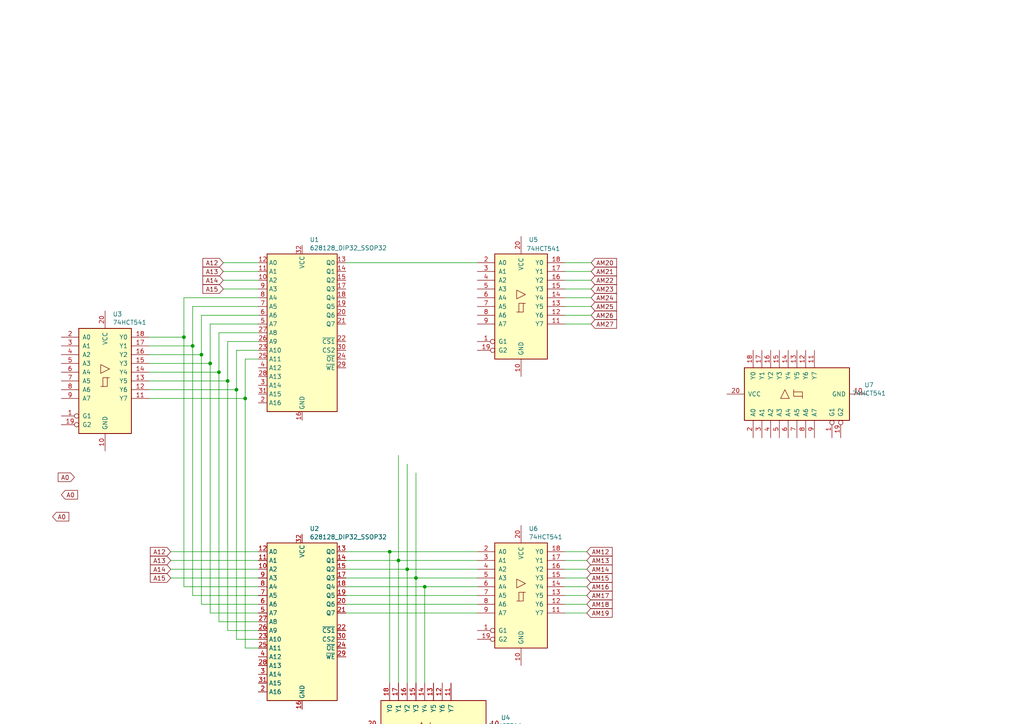
<source format=kicad_sch>
(kicad_sch
	(version 20231120)
	(generator "eeschema")
	(generator_version "8.0")
	(uuid "19d72891-f987-4bb9-8733-9947f10968ec")
	(paper "A4")
	(lib_symbols
		(symbol "74xx:74HCT541"
			(pin_names
				(offset 1.016)
			)
			(exclude_from_sim no)
			(in_bom yes)
			(on_board yes)
			(property "Reference" "U"
				(at -7.62 16.51 0)
				(effects
					(font
						(size 1.27 1.27)
					)
				)
			)
			(property "Value" "74HCT541"
				(at -7.62 -16.51 0)
				(effects
					(font
						(size 1.27 1.27)
					)
				)
			)
			(property "Footprint" ""
				(at 0 0 0)
				(effects
					(font
						(size 1.27 1.27)
					)
					(hide yes)
				)
			)
			(property "Datasheet" "http://www.ti.com/lit/gpn/sn74HCT541"
				(at 0 0 0)
				(effects
					(font
						(size 1.27 1.27)
					)
					(hide yes)
				)
			)
			(property "Description" "8-bit Buffer/Line Driver 3-state outputs"
				(at 0 0 0)
				(effects
					(font
						(size 1.27 1.27)
					)
					(hide yes)
				)
			)
			(property "ki_locked" ""
				(at 0 0 0)
				(effects
					(font
						(size 1.27 1.27)
					)
				)
			)
			(property "ki_keywords" "TTL BUFFER 3State BUS"
				(at 0 0 0)
				(effects
					(font
						(size 1.27 1.27)
					)
					(hide yes)
				)
			)
			(property "ki_fp_filters" "DIP?20*"
				(at 0 0 0)
				(effects
					(font
						(size 1.27 1.27)
					)
					(hide yes)
				)
			)
			(symbol "74HCT541_1_0"
				(polyline
					(pts
						(xy -0.635 -1.6002) (xy -0.635 0.9398) (xy 0.635 0.9398)
					)
					(stroke
						(width 0)
						(type default)
					)
					(fill
						(type none)
					)
				)
				(polyline
					(pts
						(xy -1.27 -1.6002) (xy 0.635 -1.6002) (xy 0.635 0.9398) (xy 1.27 0.9398)
					)
					(stroke
						(width 0)
						(type default)
					)
					(fill
						(type none)
					)
				)
				(polyline
					(pts
						(xy 1.27 3.4798) (xy -1.27 4.7498) (xy -1.27 2.2098) (xy 1.27 3.4798)
					)
					(stroke
						(width 0.1524)
						(type default)
					)
					(fill
						(type none)
					)
				)
				(pin input inverted
					(at -12.7 -10.16 0)
					(length 5.08)
					(name "G1"
						(effects
							(font
								(size 1.27 1.27)
							)
						)
					)
					(number "1"
						(effects
							(font
								(size 1.27 1.27)
							)
						)
					)
				)
				(pin power_in line
					(at 0 -20.32 90)
					(length 5.08)
					(name "GND"
						(effects
							(font
								(size 1.27 1.27)
							)
						)
					)
					(number "10"
						(effects
							(font
								(size 1.27 1.27)
							)
						)
					)
				)
				(pin tri_state line
					(at 12.7 -5.08 180)
					(length 5.08)
					(name "Y7"
						(effects
							(font
								(size 1.27 1.27)
							)
						)
					)
					(number "11"
						(effects
							(font
								(size 1.27 1.27)
							)
						)
					)
				)
				(pin tri_state line
					(at 12.7 -2.54 180)
					(length 5.08)
					(name "Y6"
						(effects
							(font
								(size 1.27 1.27)
							)
						)
					)
					(number "12"
						(effects
							(font
								(size 1.27 1.27)
							)
						)
					)
				)
				(pin tri_state line
					(at 12.7 0 180)
					(length 5.08)
					(name "Y5"
						(effects
							(font
								(size 1.27 1.27)
							)
						)
					)
					(number "13"
						(effects
							(font
								(size 1.27 1.27)
							)
						)
					)
				)
				(pin tri_state line
					(at 12.7 2.54 180)
					(length 5.08)
					(name "Y4"
						(effects
							(font
								(size 1.27 1.27)
							)
						)
					)
					(number "14"
						(effects
							(font
								(size 1.27 1.27)
							)
						)
					)
				)
				(pin tri_state line
					(at 12.7 5.08 180)
					(length 5.08)
					(name "Y3"
						(effects
							(font
								(size 1.27 1.27)
							)
						)
					)
					(number "15"
						(effects
							(font
								(size 1.27 1.27)
							)
						)
					)
				)
				(pin tri_state line
					(at 12.7 7.62 180)
					(length 5.08)
					(name "Y2"
						(effects
							(font
								(size 1.27 1.27)
							)
						)
					)
					(number "16"
						(effects
							(font
								(size 1.27 1.27)
							)
						)
					)
				)
				(pin tri_state line
					(at 12.7 10.16 180)
					(length 5.08)
					(name "Y1"
						(effects
							(font
								(size 1.27 1.27)
							)
						)
					)
					(number "17"
						(effects
							(font
								(size 1.27 1.27)
							)
						)
					)
				)
				(pin tri_state line
					(at 12.7 12.7 180)
					(length 5.08)
					(name "Y0"
						(effects
							(font
								(size 1.27 1.27)
							)
						)
					)
					(number "18"
						(effects
							(font
								(size 1.27 1.27)
							)
						)
					)
				)
				(pin input inverted
					(at -12.7 -12.7 0)
					(length 5.08)
					(name "G2"
						(effects
							(font
								(size 1.27 1.27)
							)
						)
					)
					(number "19"
						(effects
							(font
								(size 1.27 1.27)
							)
						)
					)
				)
				(pin input line
					(at -12.7 12.7 0)
					(length 5.08)
					(name "A0"
						(effects
							(font
								(size 1.27 1.27)
							)
						)
					)
					(number "2"
						(effects
							(font
								(size 1.27 1.27)
							)
						)
					)
				)
				(pin power_in line
					(at 0 20.32 270)
					(length 5.08)
					(name "VCC"
						(effects
							(font
								(size 1.27 1.27)
							)
						)
					)
					(number "20"
						(effects
							(font
								(size 1.27 1.27)
							)
						)
					)
				)
				(pin input line
					(at -12.7 10.16 0)
					(length 5.08)
					(name "A1"
						(effects
							(font
								(size 1.27 1.27)
							)
						)
					)
					(number "3"
						(effects
							(font
								(size 1.27 1.27)
							)
						)
					)
				)
				(pin input line
					(at -12.7 7.62 0)
					(length 5.08)
					(name "A2"
						(effects
							(font
								(size 1.27 1.27)
							)
						)
					)
					(number "4"
						(effects
							(font
								(size 1.27 1.27)
							)
						)
					)
				)
				(pin input line
					(at -12.7 5.08 0)
					(length 5.08)
					(name "A3"
						(effects
							(font
								(size 1.27 1.27)
							)
						)
					)
					(number "5"
						(effects
							(font
								(size 1.27 1.27)
							)
						)
					)
				)
				(pin input line
					(at -12.7 2.54 0)
					(length 5.08)
					(name "A4"
						(effects
							(font
								(size 1.27 1.27)
							)
						)
					)
					(number "6"
						(effects
							(font
								(size 1.27 1.27)
							)
						)
					)
				)
				(pin input line
					(at -12.7 0 0)
					(length 5.08)
					(name "A5"
						(effects
							(font
								(size 1.27 1.27)
							)
						)
					)
					(number "7"
						(effects
							(font
								(size 1.27 1.27)
							)
						)
					)
				)
				(pin input line
					(at -12.7 -2.54 0)
					(length 5.08)
					(name "A6"
						(effects
							(font
								(size 1.27 1.27)
							)
						)
					)
					(number "8"
						(effects
							(font
								(size 1.27 1.27)
							)
						)
					)
				)
				(pin input line
					(at -12.7 -5.08 0)
					(length 5.08)
					(name "A7"
						(effects
							(font
								(size 1.27 1.27)
							)
						)
					)
					(number "9"
						(effects
							(font
								(size 1.27 1.27)
							)
						)
					)
				)
			)
			(symbol "74HCT541_1_1"
				(rectangle
					(start -7.62 15.24)
					(end 7.62 -15.24)
					(stroke
						(width 0.254)
						(type default)
					)
					(fill
						(type background)
					)
				)
			)
		)
		(symbol "Memory_RAM:628128_DIP32_SSOP32"
			(exclude_from_sim no)
			(in_bom yes)
			(on_board yes)
			(property "Reference" "U"
				(at -10.16 23.495 0)
				(effects
					(font
						(size 1.27 1.27)
					)
					(justify left bottom)
				)
			)
			(property "Value" "628128_DIP32_SSOP32"
				(at 2.54 23.495 0)
				(effects
					(font
						(size 1.27 1.27)
					)
					(justify left bottom)
				)
			)
			(property "Footprint" ""
				(at 0 0 0)
				(effects
					(font
						(size 1.27 1.27)
					)
					(hide yes)
				)
			)
			(property "Datasheet" "http://www.futurlec.com/Datasheet/Memory/628128.pdf"
				(at 0 0 0)
				(effects
					(font
						(size 1.27 1.27)
					)
					(hide yes)
				)
			)
			(property "Description" "128K x 8 High-Speed CMOS Static RAM, 55/70ns, DIP-32/SSOP-32"
				(at 0 0 0)
				(effects
					(font
						(size 1.27 1.27)
					)
					(hide yes)
				)
			)
			(property "ki_keywords" "RAM SRAM CMOS MEMORY"
				(at 0 0 0)
				(effects
					(font
						(size 1.27 1.27)
					)
					(hide yes)
				)
			)
			(property "ki_fp_filters" "DIP*W15.24mm* SSOP*11.305x20.495mm*P1.27mm*"
				(at 0 0 0)
				(effects
					(font
						(size 1.27 1.27)
					)
					(hide yes)
				)
			)
			(symbol "628128_DIP32_SSOP32_0_0"
				(pin power_in line
					(at 0 -25.4 90)
					(length 2.54)
					(name "GND"
						(effects
							(font
								(size 1.27 1.27)
							)
						)
					)
					(number "16"
						(effects
							(font
								(size 1.27 1.27)
							)
						)
					)
				)
				(pin power_in line
					(at 0 25.4 270)
					(length 2.54)
					(name "VCC"
						(effects
							(font
								(size 1.27 1.27)
							)
						)
					)
					(number "32"
						(effects
							(font
								(size 1.27 1.27)
							)
						)
					)
				)
			)
			(symbol "628128_DIP32_SSOP32_0_1"
				(rectangle
					(start -10.16 22.86)
					(end 10.16 -22.86)
					(stroke
						(width 0.254)
						(type default)
					)
					(fill
						(type background)
					)
				)
			)
			(symbol "628128_DIP32_SSOP32_1_1"
				(pin no_connect line
					(at 10.16 -20.32 180)
					(length 2.54) hide
					(name "NC"
						(effects
							(font
								(size 1.27 1.27)
							)
						)
					)
					(number "1"
						(effects
							(font
								(size 1.27 1.27)
							)
						)
					)
				)
				(pin input line
					(at -12.7 15.24 0)
					(length 2.54)
					(name "A2"
						(effects
							(font
								(size 1.27 1.27)
							)
						)
					)
					(number "10"
						(effects
							(font
								(size 1.27 1.27)
							)
						)
					)
				)
				(pin input line
					(at -12.7 17.78 0)
					(length 2.54)
					(name "A1"
						(effects
							(font
								(size 1.27 1.27)
							)
						)
					)
					(number "11"
						(effects
							(font
								(size 1.27 1.27)
							)
						)
					)
				)
				(pin input line
					(at -12.7 20.32 0)
					(length 2.54)
					(name "A0"
						(effects
							(font
								(size 1.27 1.27)
							)
						)
					)
					(number "12"
						(effects
							(font
								(size 1.27 1.27)
							)
						)
					)
				)
				(pin tri_state line
					(at 12.7 20.32 180)
					(length 2.54)
					(name "Q0"
						(effects
							(font
								(size 1.27 1.27)
							)
						)
					)
					(number "13"
						(effects
							(font
								(size 1.27 1.27)
							)
						)
					)
				)
				(pin tri_state line
					(at 12.7 17.78 180)
					(length 2.54)
					(name "Q1"
						(effects
							(font
								(size 1.27 1.27)
							)
						)
					)
					(number "14"
						(effects
							(font
								(size 1.27 1.27)
							)
						)
					)
				)
				(pin tri_state line
					(at 12.7 15.24 180)
					(length 2.54)
					(name "Q2"
						(effects
							(font
								(size 1.27 1.27)
							)
						)
					)
					(number "15"
						(effects
							(font
								(size 1.27 1.27)
							)
						)
					)
				)
				(pin tri_state line
					(at 12.7 12.7 180)
					(length 2.54)
					(name "Q3"
						(effects
							(font
								(size 1.27 1.27)
							)
						)
					)
					(number "17"
						(effects
							(font
								(size 1.27 1.27)
							)
						)
					)
				)
				(pin tri_state line
					(at 12.7 10.16 180)
					(length 2.54)
					(name "Q4"
						(effects
							(font
								(size 1.27 1.27)
							)
						)
					)
					(number "18"
						(effects
							(font
								(size 1.27 1.27)
							)
						)
					)
				)
				(pin tri_state line
					(at 12.7 7.62 180)
					(length 2.54)
					(name "Q5"
						(effects
							(font
								(size 1.27 1.27)
							)
						)
					)
					(number "19"
						(effects
							(font
								(size 1.27 1.27)
							)
						)
					)
				)
				(pin input line
					(at -12.7 -20.32 0)
					(length 2.54)
					(name "A16"
						(effects
							(font
								(size 1.27 1.27)
							)
						)
					)
					(number "2"
						(effects
							(font
								(size 1.27 1.27)
							)
						)
					)
				)
				(pin tri_state line
					(at 12.7 5.08 180)
					(length 2.54)
					(name "Q6"
						(effects
							(font
								(size 1.27 1.27)
							)
						)
					)
					(number "20"
						(effects
							(font
								(size 1.27 1.27)
							)
						)
					)
				)
				(pin tri_state line
					(at 12.7 2.54 180)
					(length 2.54)
					(name "Q7"
						(effects
							(font
								(size 1.27 1.27)
							)
						)
					)
					(number "21"
						(effects
							(font
								(size 1.27 1.27)
							)
						)
					)
				)
				(pin input line
					(at 12.7 -2.54 180)
					(length 2.54)
					(name "~{CS1}"
						(effects
							(font
								(size 1.27 1.27)
							)
						)
					)
					(number "22"
						(effects
							(font
								(size 1.27 1.27)
							)
						)
					)
				)
				(pin input line
					(at -12.7 -5.08 0)
					(length 2.54)
					(name "A10"
						(effects
							(font
								(size 1.27 1.27)
							)
						)
					)
					(number "23"
						(effects
							(font
								(size 1.27 1.27)
							)
						)
					)
				)
				(pin input line
					(at 12.7 -7.62 180)
					(length 2.54)
					(name "~{OE}"
						(effects
							(font
								(size 1.27 1.27)
							)
						)
					)
					(number "24"
						(effects
							(font
								(size 1.27 1.27)
							)
						)
					)
				)
				(pin input line
					(at -12.7 -7.62 0)
					(length 2.54)
					(name "A11"
						(effects
							(font
								(size 1.27 1.27)
							)
						)
					)
					(number "25"
						(effects
							(font
								(size 1.27 1.27)
							)
						)
					)
				)
				(pin input line
					(at -12.7 -2.54 0)
					(length 2.54)
					(name "A9"
						(effects
							(font
								(size 1.27 1.27)
							)
						)
					)
					(number "26"
						(effects
							(font
								(size 1.27 1.27)
							)
						)
					)
				)
				(pin input line
					(at -12.7 0 0)
					(length 2.54)
					(name "A8"
						(effects
							(font
								(size 1.27 1.27)
							)
						)
					)
					(number "27"
						(effects
							(font
								(size 1.27 1.27)
							)
						)
					)
				)
				(pin input line
					(at -12.7 -12.7 0)
					(length 2.54)
					(name "A13"
						(effects
							(font
								(size 1.27 1.27)
							)
						)
					)
					(number "28"
						(effects
							(font
								(size 1.27 1.27)
							)
						)
					)
				)
				(pin input line
					(at 12.7 -10.16 180)
					(length 2.54)
					(name "~{WE}"
						(effects
							(font
								(size 1.27 1.27)
							)
						)
					)
					(number "29"
						(effects
							(font
								(size 1.27 1.27)
							)
						)
					)
				)
				(pin input line
					(at -12.7 -15.24 0)
					(length 2.54)
					(name "A14"
						(effects
							(font
								(size 1.27 1.27)
							)
						)
					)
					(number "3"
						(effects
							(font
								(size 1.27 1.27)
							)
						)
					)
				)
				(pin input line
					(at 12.7 -5.08 180)
					(length 2.54)
					(name "CS2"
						(effects
							(font
								(size 1.27 1.27)
							)
						)
					)
					(number "30"
						(effects
							(font
								(size 1.27 1.27)
							)
						)
					)
				)
				(pin input line
					(at -12.7 -17.78 0)
					(length 2.54)
					(name "A15"
						(effects
							(font
								(size 1.27 1.27)
							)
						)
					)
					(number "31"
						(effects
							(font
								(size 1.27 1.27)
							)
						)
					)
				)
				(pin input line
					(at -12.7 -10.16 0)
					(length 2.54)
					(name "A12"
						(effects
							(font
								(size 1.27 1.27)
							)
						)
					)
					(number "4"
						(effects
							(font
								(size 1.27 1.27)
							)
						)
					)
				)
				(pin input line
					(at -12.7 2.54 0)
					(length 2.54)
					(name "A7"
						(effects
							(font
								(size 1.27 1.27)
							)
						)
					)
					(number "5"
						(effects
							(font
								(size 1.27 1.27)
							)
						)
					)
				)
				(pin input line
					(at -12.7 5.08 0)
					(length 2.54)
					(name "A6"
						(effects
							(font
								(size 1.27 1.27)
							)
						)
					)
					(number "6"
						(effects
							(font
								(size 1.27 1.27)
							)
						)
					)
				)
				(pin input line
					(at -12.7 7.62 0)
					(length 2.54)
					(name "A5"
						(effects
							(font
								(size 1.27 1.27)
							)
						)
					)
					(number "7"
						(effects
							(font
								(size 1.27 1.27)
							)
						)
					)
				)
				(pin input line
					(at -12.7 10.16 0)
					(length 2.54)
					(name "A4"
						(effects
							(font
								(size 1.27 1.27)
							)
						)
					)
					(number "8"
						(effects
							(font
								(size 1.27 1.27)
							)
						)
					)
				)
				(pin input line
					(at -12.7 12.7 0)
					(length 2.54)
					(name "A3"
						(effects
							(font
								(size 1.27 1.27)
							)
						)
					)
					(number "9"
						(effects
							(font
								(size 1.27 1.27)
							)
						)
					)
				)
			)
		)
	)
	(junction
		(at 115.57 162.56)
		(diameter 0)
		(color 0 0 0 0)
		(uuid "29743548-97a7-47a2-9092-cd10b366c280")
	)
	(junction
		(at 60.96 105.41)
		(diameter 0)
		(color 0 0 0 0)
		(uuid "2dd1ce38-a9f5-4134-8e30-58b8c275330a")
	)
	(junction
		(at 120.65 167.64)
		(diameter 0)
		(color 0 0 0 0)
		(uuid "2e45a1bf-4f7c-459f-8531-576c4be93dad")
	)
	(junction
		(at 71.12 115.57)
		(diameter 0)
		(color 0 0 0 0)
		(uuid "35093529-b86b-41bd-9067-d0f5e0b5a546")
	)
	(junction
		(at 123.19 170.18)
		(diameter 0)
		(color 0 0 0 0)
		(uuid "4a2bef25-42fc-4ce4-a802-19454f58e07b")
	)
	(junction
		(at 66.04 110.49)
		(diameter 0)
		(color 0 0 0 0)
		(uuid "58bd4e00-a4ba-4bcc-88b0-7ac65edcc29a")
	)
	(junction
		(at 113.03 160.02)
		(diameter 0)
		(color 0 0 0 0)
		(uuid "77259265-becf-4afe-8414-db3a4f0ac6cf")
	)
	(junction
		(at 118.11 165.1)
		(diameter 0)
		(color 0 0 0 0)
		(uuid "9493581f-10d6-4405-9d49-83906b62c542")
	)
	(junction
		(at 68.58 113.03)
		(diameter 0)
		(color 0 0 0 0)
		(uuid "c5da52e8-6fa6-4778-b74e-8a82cd76c304")
	)
	(junction
		(at 58.42 102.87)
		(diameter 0)
		(color 0 0 0 0)
		(uuid "cc1886f0-2694-49c6-a27e-31bb212e7e1a")
	)
	(junction
		(at 53.34 97.79)
		(diameter 0)
		(color 0 0 0 0)
		(uuid "e4e5cc6f-4bb9-4c76-991f-c6dace02ef64")
	)
	(junction
		(at 55.88 100.33)
		(diameter 0)
		(color 0 0 0 0)
		(uuid "fb989d8c-8198-422d-8ac8-7bba109d9cdd")
	)
	(junction
		(at 63.5 107.95)
		(diameter 0)
		(color 0 0 0 0)
		(uuid "fe2965fe-05a9-4b83-a988-e33a41ebb35a")
	)
	(wire
		(pts
			(xy 63.5 180.34) (xy 74.93 180.34)
		)
		(stroke
			(width 0)
			(type default)
		)
		(uuid "015058f4-8e35-40b5-b255-a4e210745fa8")
	)
	(wire
		(pts
			(xy 100.33 175.26) (xy 138.43 175.26)
		)
		(stroke
			(width 0)
			(type default)
		)
		(uuid "0596d531-44ed-49e2-9934-56b3b8280e30")
	)
	(wire
		(pts
			(xy 58.42 102.87) (xy 58.42 175.26)
		)
		(stroke
			(width 0)
			(type default)
		)
		(uuid "17b2298e-6e40-43ff-aa35-d5c6245f0dad")
	)
	(wire
		(pts
			(xy 53.34 86.36) (xy 53.34 97.79)
		)
		(stroke
			(width 0)
			(type default)
		)
		(uuid "19b32e8b-269a-4bc8-aca2-d18372dcfaa3")
	)
	(wire
		(pts
			(xy 71.12 115.57) (xy 71.12 104.14)
		)
		(stroke
			(width 0)
			(type default)
		)
		(uuid "1b1fa303-2790-4f26-a60b-08b75a4582a6")
	)
	(wire
		(pts
			(xy 170.18 177.8) (xy 163.83 177.8)
		)
		(stroke
			(width 0)
			(type default)
		)
		(uuid "23c3ba6f-8922-461f-9734-50a649ab41b5")
	)
	(wire
		(pts
			(xy 66.04 182.88) (xy 74.93 182.88)
		)
		(stroke
			(width 0)
			(type default)
		)
		(uuid "25fdefef-ebeb-405f-ad72-82de1d21ccbd")
	)
	(wire
		(pts
			(xy 118.11 165.1) (xy 118.11 198.12)
		)
		(stroke
			(width 0)
			(type default)
		)
		(uuid "260e63cc-e50e-4f18-a1cd-5a1670a31629")
	)
	(wire
		(pts
			(xy 123.19 170.18) (xy 138.43 170.18)
		)
		(stroke
			(width 0)
			(type default)
		)
		(uuid "2a3f9d9e-0828-410c-be1a-7cd1b62e82a1")
	)
	(wire
		(pts
			(xy 49.53 160.02) (xy 74.93 160.02)
		)
		(stroke
			(width 0)
			(type default)
		)
		(uuid "2c00a9af-483a-4a8b-b75c-c6c256f6266b")
	)
	(wire
		(pts
			(xy 43.18 110.49) (xy 66.04 110.49)
		)
		(stroke
			(width 0)
			(type default)
		)
		(uuid "2cf8a37d-c43a-4c4e-983b-0e2360a858fd")
	)
	(wire
		(pts
			(xy 170.18 170.18) (xy 163.83 170.18)
		)
		(stroke
			(width 0)
			(type default)
		)
		(uuid "2d3164e9-7c6f-4e73-ae49-6e366ababa47")
	)
	(wire
		(pts
			(xy 100.33 167.64) (xy 120.65 167.64)
		)
		(stroke
			(width 0)
			(type default)
		)
		(uuid "2d692656-336c-4980-b150-f80d6ffbc7ab")
	)
	(wire
		(pts
			(xy 60.96 105.41) (xy 60.96 177.8)
		)
		(stroke
			(width 0)
			(type default)
		)
		(uuid "2e967565-eb12-4b8c-a59b-1790e776b04d")
	)
	(wire
		(pts
			(xy 100.33 177.8) (xy 138.43 177.8)
		)
		(stroke
			(width 0)
			(type default)
		)
		(uuid "2f5549bc-dbba-4148-8032-2e265340d39d")
	)
	(wire
		(pts
			(xy 120.65 167.64) (xy 138.43 167.64)
		)
		(stroke
			(width 0)
			(type default)
		)
		(uuid "30274239-4a83-43ff-bdbe-ec709ab55d89")
	)
	(wire
		(pts
			(xy 71.12 104.14) (xy 74.93 104.14)
		)
		(stroke
			(width 0)
			(type default)
		)
		(uuid "33f418e9-6775-4bce-b24f-d5b2af9f2a46")
	)
	(wire
		(pts
			(xy 64.77 83.82) (xy 74.93 83.82)
		)
		(stroke
			(width 0)
			(type default)
		)
		(uuid "437c3d44-db2c-4705-9dd1-a359922c1928")
	)
	(wire
		(pts
			(xy 170.18 160.02) (xy 163.83 160.02)
		)
		(stroke
			(width 0)
			(type default)
		)
		(uuid "43cddded-5977-47a3-ab2a-65efdb6f62cf")
	)
	(wire
		(pts
			(xy 43.18 100.33) (xy 55.88 100.33)
		)
		(stroke
			(width 0)
			(type default)
		)
		(uuid "4843fdb7-dbf5-4ebb-9781-a97615e37cb9")
	)
	(wire
		(pts
			(xy 66.04 110.49) (xy 66.04 99.06)
		)
		(stroke
			(width 0)
			(type default)
		)
		(uuid "49057cd0-2aa6-4a2e-a77b-d111732a091e")
	)
	(wire
		(pts
			(xy 74.93 86.36) (xy 53.34 86.36)
		)
		(stroke
			(width 0)
			(type default)
		)
		(uuid "497944c0-a4fa-442e-bca2-6cdaa530b9eb")
	)
	(wire
		(pts
			(xy 171.45 83.82) (xy 163.83 83.82)
		)
		(stroke
			(width 0)
			(type default)
		)
		(uuid "49ec9798-7e3d-4f15-8d82-55ad6d929365")
	)
	(wire
		(pts
			(xy 55.88 172.72) (xy 74.93 172.72)
		)
		(stroke
			(width 0)
			(type default)
		)
		(uuid "4a29ccd2-12ed-4ae6-bca4-46891d35d906")
	)
	(wire
		(pts
			(xy 63.5 107.95) (xy 63.5 180.34)
		)
		(stroke
			(width 0)
			(type default)
		)
		(uuid "4e7ff438-a3ff-4591-9da5-fa0fbc315d64")
	)
	(wire
		(pts
			(xy 60.96 93.98) (xy 74.93 93.98)
		)
		(stroke
			(width 0)
			(type default)
		)
		(uuid "50e90a44-364c-4c16-a8af-6e1b25da5e2d")
	)
	(wire
		(pts
			(xy 170.18 165.1) (xy 163.83 165.1)
		)
		(stroke
			(width 0)
			(type default)
		)
		(uuid "54bcdc05-aa24-4750-b13e-db36e339110f")
	)
	(wire
		(pts
			(xy 71.12 115.57) (xy 71.12 187.96)
		)
		(stroke
			(width 0)
			(type default)
		)
		(uuid "5b536b5b-29a2-4a08-976c-5e1979819860")
	)
	(wire
		(pts
			(xy 171.45 93.98) (xy 163.83 93.98)
		)
		(stroke
			(width 0)
			(type default)
		)
		(uuid "5c572790-6d2e-4fc9-a753-c8efb3e5b712")
	)
	(wire
		(pts
			(xy 74.93 91.44) (xy 58.42 91.44)
		)
		(stroke
			(width 0)
			(type default)
		)
		(uuid "5c789dcb-c374-4712-9a29-3151ad9e7d0f")
	)
	(wire
		(pts
			(xy 63.5 107.95) (xy 43.18 107.95)
		)
		(stroke
			(width 0)
			(type default)
		)
		(uuid "5c887121-a13d-4859-812f-92621a835ca5")
	)
	(wire
		(pts
			(xy 170.18 175.26) (xy 163.83 175.26)
		)
		(stroke
			(width 0)
			(type default)
		)
		(uuid "5d2ffcb0-84e3-4396-b243-86aa4e21d0fc")
	)
	(wire
		(pts
			(xy 43.18 105.41) (xy 60.96 105.41)
		)
		(stroke
			(width 0)
			(type default)
		)
		(uuid "60399149-8ffe-4962-8808-60a657044cb5")
	)
	(wire
		(pts
			(xy 58.42 102.87) (xy 43.18 102.87)
		)
		(stroke
			(width 0)
			(type default)
		)
		(uuid "604b5669-6ea3-407b-ab74-39d409799959")
	)
	(wire
		(pts
			(xy 170.18 172.72) (xy 163.83 172.72)
		)
		(stroke
			(width 0)
			(type default)
		)
		(uuid "6055e369-fc8a-4d5e-8fdf-8852632da945")
	)
	(wire
		(pts
			(xy 170.18 162.56) (xy 163.83 162.56)
		)
		(stroke
			(width 0)
			(type default)
		)
		(uuid "642f54ad-95f8-4a43-ad6f-98e71d6fce35")
	)
	(wire
		(pts
			(xy 74.93 101.6) (xy 68.58 101.6)
		)
		(stroke
			(width 0)
			(type default)
		)
		(uuid "64ecf305-a260-4984-9489-6d88a009ad37")
	)
	(wire
		(pts
			(xy 55.88 100.33) (xy 55.88 88.9)
		)
		(stroke
			(width 0)
			(type default)
		)
		(uuid "68b19372-a932-4afa-95ef-4bf1e6024f73")
	)
	(wire
		(pts
			(xy 113.03 160.02) (xy 138.43 160.02)
		)
		(stroke
			(width 0)
			(type default)
		)
		(uuid "6efc7ac0-810f-4961-a602-295a8ec819e5")
	)
	(wire
		(pts
			(xy 115.57 162.56) (xy 138.43 162.56)
		)
		(stroke
			(width 0)
			(type default)
		)
		(uuid "729c275a-604c-450b-9f3d-4504755f9088")
	)
	(wire
		(pts
			(xy 100.33 162.56) (xy 115.57 162.56)
		)
		(stroke
			(width 0)
			(type default)
		)
		(uuid "73351904-c2bf-4331-9db9-5a835370e070")
	)
	(wire
		(pts
			(xy 120.65 167.64) (xy 120.65 137.16)
		)
		(stroke
			(width 0)
			(type default)
		)
		(uuid "78e95e37-0c97-47a2-ace1-ee4dfb8dc40f")
	)
	(wire
		(pts
			(xy 171.45 81.28) (xy 163.83 81.28)
		)
		(stroke
			(width 0)
			(type default)
		)
		(uuid "81d48b7a-6f99-4070-ab29-9924f79a6425")
	)
	(wire
		(pts
			(xy 171.45 88.9) (xy 163.83 88.9)
		)
		(stroke
			(width 0)
			(type default)
		)
		(uuid "88728c79-dc1d-4f72-a0c3-404899e45d85")
	)
	(wire
		(pts
			(xy 53.34 97.79) (xy 53.34 170.18)
		)
		(stroke
			(width 0)
			(type default)
		)
		(uuid "894630f0-f1a3-47a3-b3b3-44d3ea4a5365")
	)
	(wire
		(pts
			(xy 55.88 100.33) (xy 55.88 172.72)
		)
		(stroke
			(width 0)
			(type default)
		)
		(uuid "8d118d93-b481-4c9f-8469-5605db9cd4b8")
	)
	(wire
		(pts
			(xy 171.45 78.74) (xy 163.83 78.74)
		)
		(stroke
			(width 0)
			(type default)
		)
		(uuid "8f1b1d23-d685-4b32-a2e9-70d493da1148")
	)
	(wire
		(pts
			(xy 66.04 99.06) (xy 74.93 99.06)
		)
		(stroke
			(width 0)
			(type default)
		)
		(uuid "92194685-a884-4fb9-bf5a-db67ae769410")
	)
	(wire
		(pts
			(xy 49.53 162.56) (xy 74.93 162.56)
		)
		(stroke
			(width 0)
			(type default)
		)
		(uuid "961dfdb7-f7e9-4270-8d6c-0c06186d6745")
	)
	(wire
		(pts
			(xy 115.57 162.56) (xy 115.57 132.08)
		)
		(stroke
			(width 0)
			(type default)
		)
		(uuid "986ec0e6-9f82-4925-b47e-5c61853c0a02")
	)
	(wire
		(pts
			(xy 115.57 162.56) (xy 115.57 198.12)
		)
		(stroke
			(width 0)
			(type default)
		)
		(uuid "9bc3bb62-efc0-478c-8a37-993af63658ca")
	)
	(wire
		(pts
			(xy 60.96 177.8) (xy 74.93 177.8)
		)
		(stroke
			(width 0)
			(type default)
		)
		(uuid "9caff381-4bfe-491e-92b5-af2310d17132")
	)
	(wire
		(pts
			(xy 71.12 187.96) (xy 74.93 187.96)
		)
		(stroke
			(width 0)
			(type default)
		)
		(uuid "9d849f69-f584-411d-890f-e86a3b9bd04a")
	)
	(wire
		(pts
			(xy 66.04 110.49) (xy 66.04 182.88)
		)
		(stroke
			(width 0)
			(type default)
		)
		(uuid "a1f1666b-7289-48f8-8291-d58ecd0f9d6a")
	)
	(wire
		(pts
			(xy 53.34 97.79) (xy 43.18 97.79)
		)
		(stroke
			(width 0)
			(type default)
		)
		(uuid "a39ed021-fa3e-4da2-aebd-9ac17dd55b9d")
	)
	(wire
		(pts
			(xy 100.33 170.18) (xy 123.19 170.18)
		)
		(stroke
			(width 0)
			(type default)
		)
		(uuid "aa81e2a0-4f24-473c-8973-a13d260a432c")
	)
	(wire
		(pts
			(xy 49.53 165.1) (xy 74.93 165.1)
		)
		(stroke
			(width 0)
			(type default)
		)
		(uuid "abdce43c-b247-441e-9ff6-d889c78ab9f3")
	)
	(wire
		(pts
			(xy 64.77 78.74) (xy 74.93 78.74)
		)
		(stroke
			(width 0)
			(type default)
		)
		(uuid "adb6edb4-8df9-413b-8b0f-62c1d38ab617")
	)
	(wire
		(pts
			(xy 118.11 165.1) (xy 138.43 165.1)
		)
		(stroke
			(width 0)
			(type default)
		)
		(uuid "b3baf0fa-8aee-4f4b-8268-987480e7736d")
	)
	(wire
		(pts
			(xy 60.96 105.41) (xy 60.96 93.98)
		)
		(stroke
			(width 0)
			(type default)
		)
		(uuid "b421b561-4c70-4945-84c3-7b5b5fe31e5c")
	)
	(wire
		(pts
			(xy 74.93 96.52) (xy 63.5 96.52)
		)
		(stroke
			(width 0)
			(type default)
		)
		(uuid "b9349cc2-8e73-42f1-b348-6fa1e30be19d")
	)
	(wire
		(pts
			(xy 68.58 101.6) (xy 68.58 113.03)
		)
		(stroke
			(width 0)
			(type default)
		)
		(uuid "b9cff769-328e-4e91-8bb9-d6291ef9d3d6")
	)
	(wire
		(pts
			(xy 53.34 170.18) (xy 74.93 170.18)
		)
		(stroke
			(width 0)
			(type default)
		)
		(uuid "bf19f147-f45a-4196-a74e-94ace76109d1")
	)
	(wire
		(pts
			(xy 118.11 165.1) (xy 118.11 134.62)
		)
		(stroke
			(width 0)
			(type default)
		)
		(uuid "bf48f3d4-7fe3-4cc0-9654-ae4ea3ccef02")
	)
	(wire
		(pts
			(xy 68.58 113.03) (xy 43.18 113.03)
		)
		(stroke
			(width 0)
			(type default)
		)
		(uuid "bfce6c90-6f3a-4c89-bbfc-fb2d9af2f090")
	)
	(wire
		(pts
			(xy 113.03 160.02) (xy 113.03 198.12)
		)
		(stroke
			(width 0)
			(type default)
		)
		(uuid "c845dab3-85c3-4181-855e-8d61760e5d11")
	)
	(wire
		(pts
			(xy 100.33 160.02) (xy 113.03 160.02)
		)
		(stroke
			(width 0)
			(type default)
		)
		(uuid "ca3d4d5e-3951-4c20-b896-573e74a67d0c")
	)
	(wire
		(pts
			(xy 58.42 175.26) (xy 74.93 175.26)
		)
		(stroke
			(width 0)
			(type default)
		)
		(uuid "d1d7c8c6-f550-46c6-a4df-ccce0ff76156")
	)
	(wire
		(pts
			(xy 171.45 76.2) (xy 163.83 76.2)
		)
		(stroke
			(width 0)
			(type default)
		)
		(uuid "da43719a-9bea-49a6-8b7a-14769237e378")
	)
	(wire
		(pts
			(xy 68.58 185.42) (xy 74.93 185.42)
		)
		(stroke
			(width 0)
			(type default)
		)
		(uuid "daf08c43-c48c-4d7c-b0d3-9b3faa1e63af")
	)
	(wire
		(pts
			(xy 171.45 86.36) (xy 163.83 86.36)
		)
		(stroke
			(width 0)
			(type default)
		)
		(uuid "dc6448c1-2d94-409a-9e03-d318c013f447")
	)
	(wire
		(pts
			(xy 64.77 81.28) (xy 74.93 81.28)
		)
		(stroke
			(width 0)
			(type default)
		)
		(uuid "ddf1433f-5554-41d9-81da-444be89cde8b")
	)
	(wire
		(pts
			(xy 49.53 167.64) (xy 74.93 167.64)
		)
		(stroke
			(width 0)
			(type default)
		)
		(uuid "e012be16-b11e-49f9-b458-274d7e543038")
	)
	(wire
		(pts
			(xy 64.77 76.2) (xy 74.93 76.2)
		)
		(stroke
			(width 0)
			(type default)
		)
		(uuid "e4d23d21-1aad-4e7a-832b-c3093a424c3b")
	)
	(wire
		(pts
			(xy 100.33 76.2) (xy 138.43 76.2)
		)
		(stroke
			(width 0)
			(type default)
		)
		(uuid "e874cdcb-fcd7-40b2-8d44-5b6f1783cc15")
	)
	(wire
		(pts
			(xy 100.33 165.1) (xy 118.11 165.1)
		)
		(stroke
			(width 0)
			(type default)
		)
		(uuid "e8c8d875-93e7-40da-8e55-f97dfb6ad96f")
	)
	(wire
		(pts
			(xy 100.33 172.72) (xy 138.43 172.72)
		)
		(stroke
			(width 0)
			(type default)
		)
		(uuid "ed374b3e-3bce-4b63-925f-5485a455813c")
	)
	(wire
		(pts
			(xy 171.45 91.44) (xy 163.83 91.44)
		)
		(stroke
			(width 0)
			(type default)
		)
		(uuid "ed95dcec-3e9e-4d2e-89f8-b1bc7b1d7f01")
	)
	(wire
		(pts
			(xy 68.58 113.03) (xy 68.58 185.42)
		)
		(stroke
			(width 0)
			(type default)
		)
		(uuid "eea6ff95-219d-4117-82d6-09214e2e8e9e")
	)
	(wire
		(pts
			(xy 123.19 170.18) (xy 123.19 198.12)
		)
		(stroke
			(width 0)
			(type default)
		)
		(uuid "f124eb18-6ed1-4233-b05d-6d2baeb66138")
	)
	(wire
		(pts
			(xy 120.65 167.64) (xy 120.65 198.12)
		)
		(stroke
			(width 0)
			(type default)
		)
		(uuid "f5bf407d-2067-4b86-a586-d7f3680f1a79")
	)
	(wire
		(pts
			(xy 55.88 88.9) (xy 74.93 88.9)
		)
		(stroke
			(width 0)
			(type default)
		)
		(uuid "f9ae3200-8bf4-4bd8-878f-8806e6e704d4")
	)
	(wire
		(pts
			(xy 63.5 96.52) (xy 63.5 107.95)
		)
		(stroke
			(width 0)
			(type default)
		)
		(uuid "fbf5513e-93cb-4bef-a67e-3d5c5a8fb876")
	)
	(wire
		(pts
			(xy 58.42 91.44) (xy 58.42 102.87)
		)
		(stroke
			(width 0)
			(type default)
		)
		(uuid "fd2f807e-8048-43ef-ab81-0eb6e60c6197")
	)
	(wire
		(pts
			(xy 170.18 167.64) (xy 163.83 167.64)
		)
		(stroke
			(width 0)
			(type default)
		)
		(uuid "fd4beb68-2875-42a9-b0ed-ffe784ed2b1f")
	)
	(wire
		(pts
			(xy 43.18 115.57) (xy 71.12 115.57)
		)
		(stroke
			(width 0)
			(type default)
		)
		(uuid "fff00904-6682-4bdb-9311-cae7e839fa3e")
	)
	(global_label "AM21"
		(shape input)
		(at 171.45 78.74 0)
		(fields_autoplaced yes)
		(effects
			(font
				(size 1.27 1.27)
			)
			(justify left)
		)
		(uuid "00271379-8029-4f0d-b2af-a7cd536d3c0c")
		(property "Intersheetrefs" "${INTERSHEET_REFS}"
			(at 179.3942 78.74 0)
			(effects
				(font
					(size 1.27 1.27)
				)
				(justify left)
				(hide yes)
			)
		)
	)
	(global_label "A13"
		(shape input)
		(at 49.53 162.56 180)
		(fields_autoplaced yes)
		(effects
			(font
				(size 1.27 1.27)
			)
			(justify right)
		)
		(uuid "0177809e-d02b-4d0d-b293-d1a70914a8e0")
		(property "Intersheetrefs" "${INTERSHEET_REFS}"
			(at 43.0372 162.56 0)
			(effects
				(font
					(size 1.27 1.27)
				)
				(justify right)
				(hide yes)
			)
		)
	)
	(global_label "A0"
		(shape input)
		(at 17.78 143.51 0)
		(fields_autoplaced yes)
		(effects
			(font
				(size 1.27 1.27)
			)
			(justify left)
		)
		(uuid "071c4ffd-2b76-41b9-885e-b25758d8f18f")
		(property "Intersheetrefs" "${INTERSHEET_REFS}"
			(at 23.0633 143.51 0)
			(effects
				(font
					(size 1.27 1.27)
				)
				(justify left)
				(hide yes)
			)
		)
	)
	(global_label "AM13"
		(shape input)
		(at 170.18 162.56 0)
		(fields_autoplaced yes)
		(effects
			(font
				(size 1.27 1.27)
			)
			(justify left)
		)
		(uuid "109b27d3-167d-4005-8ee0-5634038d29e2")
		(property "Intersheetrefs" "${INTERSHEET_REFS}"
			(at 178.1242 162.56 0)
			(effects
				(font
					(size 1.27 1.27)
				)
				(justify left)
				(hide yes)
			)
		)
	)
	(global_label "A14"
		(shape input)
		(at 49.53 165.1 180)
		(fields_autoplaced yes)
		(effects
			(font
				(size 1.27 1.27)
			)
			(justify right)
		)
		(uuid "1cdca3d7-7100-4a5e-999e-f78391cb2412")
		(property "Intersheetrefs" "${INTERSHEET_REFS}"
			(at 43.0372 165.1 0)
			(effects
				(font
					(size 1.27 1.27)
				)
				(justify right)
				(hide yes)
			)
		)
	)
	(global_label "AM18"
		(shape input)
		(at 170.18 175.26 0)
		(fields_autoplaced yes)
		(effects
			(font
				(size 1.27 1.27)
			)
			(justify left)
		)
		(uuid "1f4edd2b-41dd-4342-b2de-c661b63bbde2")
		(property "Intersheetrefs" "${INTERSHEET_REFS}"
			(at 178.1242 175.26 0)
			(effects
				(font
					(size 1.27 1.27)
				)
				(justify left)
				(hide yes)
			)
		)
	)
	(global_label "AM24"
		(shape input)
		(at 171.45 86.36 0)
		(fields_autoplaced yes)
		(effects
			(font
				(size 1.27 1.27)
			)
			(justify left)
		)
		(uuid "2ef2938b-11c7-4f50-adc9-8faac3a811a6")
		(property "Intersheetrefs" "${INTERSHEET_REFS}"
			(at 179.3942 86.36 0)
			(effects
				(font
					(size 1.27 1.27)
				)
				(justify left)
				(hide yes)
			)
		)
	)
	(global_label "AM12"
		(shape input)
		(at 170.18 160.02 0)
		(fields_autoplaced yes)
		(effects
			(font
				(size 1.27 1.27)
			)
			(justify left)
		)
		(uuid "38814f2c-5bb8-4b3a-b055-ca1977801658")
		(property "Intersheetrefs" "${INTERSHEET_REFS}"
			(at 178.1242 160.02 0)
			(effects
				(font
					(size 1.27 1.27)
				)
				(justify left)
				(hide yes)
			)
		)
	)
	(global_label "AM26"
		(shape input)
		(at 171.45 91.44 0)
		(fields_autoplaced yes)
		(effects
			(font
				(size 1.27 1.27)
			)
			(justify left)
		)
		(uuid "3f8b4824-4752-4ef0-9535-428111c6805c")
		(property "Intersheetrefs" "${INTERSHEET_REFS}"
			(at 179.3942 91.44 0)
			(effects
				(font
					(size 1.27 1.27)
				)
				(justify left)
				(hide yes)
			)
		)
	)
	(global_label "AM20"
		(shape input)
		(at 171.45 76.2 0)
		(fields_autoplaced yes)
		(effects
			(font
				(size 1.27 1.27)
			)
			(justify left)
		)
		(uuid "4705196e-e7a6-4f16-89b0-dde6e9d51cff")
		(property "Intersheetrefs" "${INTERSHEET_REFS}"
			(at 179.3942 76.2 0)
			(effects
				(font
					(size 1.27 1.27)
				)
				(justify left)
				(hide yes)
			)
		)
	)
	(global_label "AM22"
		(shape input)
		(at 171.45 81.28 0)
		(fields_autoplaced yes)
		(effects
			(font
				(size 1.27 1.27)
			)
			(justify left)
		)
		(uuid "5307871b-f88d-443d-a174-6f2b0f726eb0")
		(property "Intersheetrefs" "${INTERSHEET_REFS}"
			(at 179.3942 81.28 0)
			(effects
				(font
					(size 1.27 1.27)
				)
				(justify left)
				(hide yes)
			)
		)
	)
	(global_label "AM16"
		(shape input)
		(at 170.18 170.18 0)
		(fields_autoplaced yes)
		(effects
			(font
				(size 1.27 1.27)
			)
			(justify left)
		)
		(uuid "5dc39ffc-06dd-43f7-b384-0a414aa2e361")
		(property "Intersheetrefs" "${INTERSHEET_REFS}"
			(at 178.1242 170.18 0)
			(effects
				(font
					(size 1.27 1.27)
				)
				(justify left)
				(hide yes)
			)
		)
	)
	(global_label "AM17"
		(shape input)
		(at 170.18 172.72 0)
		(fields_autoplaced yes)
		(effects
			(font
				(size 1.27 1.27)
			)
			(justify left)
		)
		(uuid "6706f9cc-63f7-4553-9aa2-f6e94068e06a")
		(property "Intersheetrefs" "${INTERSHEET_REFS}"
			(at 178.1242 172.72 0)
			(effects
				(font
					(size 1.27 1.27)
				)
				(justify left)
				(hide yes)
			)
		)
	)
	(global_label "AM19"
		(shape input)
		(at 170.18 177.8 0)
		(fields_autoplaced yes)
		(effects
			(font
				(size 1.27 1.27)
			)
			(justify left)
		)
		(uuid "6ae9997d-9803-4cf2-841c-9e10cb0c5adf")
		(property "Intersheetrefs" "${INTERSHEET_REFS}"
			(at 178.1242 177.8 0)
			(effects
				(font
					(size 1.27 1.27)
				)
				(justify left)
				(hide yes)
			)
		)
	)
	(global_label "A0"
		(shape input)
		(at 21.59 138.43 180)
		(fields_autoplaced yes)
		(effects
			(font
				(size 1.27 1.27)
			)
			(justify right)
		)
		(uuid "6d841e80-e314-4b51-930f-54aaa2849949")
		(property "Intersheetrefs" "${INTERSHEET_REFS}"
			(at 16.3067 138.43 0)
			(effects
				(font
					(size 1.27 1.27)
				)
				(justify right)
				(hide yes)
			)
		)
	)
	(global_label "AM23"
		(shape input)
		(at 171.45 83.82 0)
		(fields_autoplaced yes)
		(effects
			(font
				(size 1.27 1.27)
			)
			(justify left)
		)
		(uuid "7f7e9b28-8b45-4e1c-9d30-4a1db20be714")
		(property "Intersheetrefs" "${INTERSHEET_REFS}"
			(at 179.3942 83.82 0)
			(effects
				(font
					(size 1.27 1.27)
				)
				(justify left)
				(hide yes)
			)
		)
	)
	(global_label "A0"
		(shape input)
		(at 15.24 149.86 0)
		(fields_autoplaced yes)
		(effects
			(font
				(size 1.27 1.27)
			)
			(justify left)
		)
		(uuid "8aace18c-a639-4314-8dc1-e12017c6ec3e")
		(property "Intersheetrefs" "${INTERSHEET_REFS}"
			(at 20.5233 149.86 0)
			(effects
				(font
					(size 1.27 1.27)
				)
				(justify left)
				(hide yes)
			)
		)
	)
	(global_label "A13"
		(shape input)
		(at 64.77 78.74 180)
		(fields_autoplaced yes)
		(effects
			(font
				(size 1.27 1.27)
			)
			(justify right)
		)
		(uuid "91779768-b2aa-4d78-8f72-8cbff02dc98a")
		(property "Intersheetrefs" "${INTERSHEET_REFS}"
			(at 58.2772 78.74 0)
			(effects
				(font
					(size 1.27 1.27)
				)
				(justify right)
				(hide yes)
			)
		)
	)
	(global_label "AM25"
		(shape input)
		(at 171.45 88.9 0)
		(fields_autoplaced yes)
		(effects
			(font
				(size 1.27 1.27)
			)
			(justify left)
		)
		(uuid "92ccbb41-8017-4fbb-8738-b1656304745c")
		(property "Intersheetrefs" "${INTERSHEET_REFS}"
			(at 179.3942 88.9 0)
			(effects
				(font
					(size 1.27 1.27)
				)
				(justify left)
				(hide yes)
			)
		)
	)
	(global_label "A15"
		(shape input)
		(at 49.53 167.64 180)
		(fields_autoplaced yes)
		(effects
			(font
				(size 1.27 1.27)
			)
			(justify right)
		)
		(uuid "965786a2-1913-4baf-81c6-631976d6aa52")
		(property "Intersheetrefs" "${INTERSHEET_REFS}"
			(at 43.0372 167.64 0)
			(effects
				(font
					(size 1.27 1.27)
				)
				(justify right)
				(hide yes)
			)
		)
	)
	(global_label "A12"
		(shape input)
		(at 64.77 76.2 180)
		(fields_autoplaced yes)
		(effects
			(font
				(size 1.27 1.27)
			)
			(justify right)
		)
		(uuid "98038076-b780-4be9-a8d4-b355fef16de9")
		(property "Intersheetrefs" "${INTERSHEET_REFS}"
			(at 58.2772 76.2 0)
			(effects
				(font
					(size 1.27 1.27)
				)
				(justify right)
				(hide yes)
			)
		)
	)
	(global_label "AM15"
		(shape input)
		(at 170.18 167.64 0)
		(fields_autoplaced yes)
		(effects
			(font
				(size 1.27 1.27)
			)
			(justify left)
		)
		(uuid "9a9c840c-cd6c-485a-9843-4e68dc6bb766")
		(property "Intersheetrefs" "${INTERSHEET_REFS}"
			(at 178.1242 167.64 0)
			(effects
				(font
					(size 1.27 1.27)
				)
				(justify left)
				(hide yes)
			)
		)
	)
	(global_label "A12"
		(shape input)
		(at 49.53 160.02 180)
		(fields_autoplaced yes)
		(effects
			(font
				(size 1.27 1.27)
			)
			(justify right)
		)
		(uuid "af3e245b-71d2-4c0f-8ddb-8177d59f8cf7")
		(property "Intersheetrefs" "${INTERSHEET_REFS}"
			(at 43.0372 160.02 0)
			(effects
				(font
					(size 1.27 1.27)
				)
				(justify right)
				(hide yes)
			)
		)
	)
	(global_label "A15"
		(shape input)
		(at 64.77 83.82 180)
		(fields_autoplaced yes)
		(effects
			(font
				(size 1.27 1.27)
			)
			(justify right)
		)
		(uuid "b796334e-0435-4ba5-8c82-40de2c101bb9")
		(property "Intersheetrefs" "${INTERSHEET_REFS}"
			(at 58.2772 83.82 0)
			(effects
				(font
					(size 1.27 1.27)
				)
				(justify right)
				(hide yes)
			)
		)
	)
	(global_label "AM14"
		(shape input)
		(at 170.18 165.1 0)
		(fields_autoplaced yes)
		(effects
			(font
				(size 1.27 1.27)
			)
			(justify left)
		)
		(uuid "bb8250e1-3913-47eb-9f92-3b4bb7ac5cf7")
		(property "Intersheetrefs" "${INTERSHEET_REFS}"
			(at 178.1242 165.1 0)
			(effects
				(font
					(size 1.27 1.27)
				)
				(justify left)
				(hide yes)
			)
		)
	)
	(global_label "AM27"
		(shape input)
		(at 171.45 93.98 0)
		(fields_autoplaced yes)
		(effects
			(font
				(size 1.27 1.27)
			)
			(justify left)
		)
		(uuid "d68a0a85-5e95-40f2-b669-490ee1cebdda")
		(property "Intersheetrefs" "${INTERSHEET_REFS}"
			(at 179.3942 93.98 0)
			(effects
				(font
					(size 1.27 1.27)
				)
				(justify left)
				(hide yes)
			)
		)
	)
	(global_label "A14"
		(shape input)
		(at 64.77 81.28 180)
		(fields_autoplaced yes)
		(effects
			(font
				(size 1.27 1.27)
			)
			(justify right)
		)
		(uuid "fff9042f-0265-4163-89fe-f35a505c170f")
		(property "Intersheetrefs" "${INTERSHEET_REFS}"
			(at 58.2772 81.28 0)
			(effects
				(font
					(size 1.27 1.27)
				)
				(justify right)
				(hide yes)
			)
		)
	)
	(symbol
		(lib_id "74xx:74HCT541")
		(at 125.73 210.82 90)
		(unit 1)
		(exclude_from_sim no)
		(in_bom yes)
		(on_board yes)
		(dnp no)
		(fields_autoplaced yes)
		(uuid "1d33a287-60f5-4d1a-820f-8408633af00a")
		(property "Reference" "U4"
			(at 146.651 208.168 90)
			(effects
				(font
					(size 1.27 1.27)
				)
			)
		)
		(property "Value" "74HCT541"
			(at 146.651 210.5923 90)
			(effects
				(font
					(size 1.27 1.27)
				)
			)
		)
		(property "Footprint" ""
			(at 125.73 210.82 0)
			(effects
				(font
					(size 1.27 1.27)
				)
				(hide yes)
			)
		)
		(property "Datasheet" "http://www.ti.com/lit/gpn/sn74HCT541"
			(at 125.73 210.82 0)
			(effects
				(font
					(size 1.27 1.27)
				)
				(hide yes)
			)
		)
		(property "Description" "8-bit Buffer/Line Driver 3-state outputs"
			(at 125.73 210.82 0)
			(effects
				(font
					(size 1.27 1.27)
				)
				(hide yes)
			)
		)
		(pin "10"
			(uuid "d67db869-3f96-45e1-98f0-3166ecb8f008")
		)
		(pin "18"
			(uuid "4ca6375d-4624-4b33-b7b2-e1eae472bba0")
		)
		(pin "6"
			(uuid "93378741-2f93-464d-8d17-3614e74403ae")
		)
		(pin "1"
			(uuid "d6c54933-34db-416c-bb35-cfb85b1fc602")
		)
		(pin "8"
			(uuid "b8e1e6a8-31a0-4a04-846b-fb07c325aee0")
		)
		(pin "20"
			(uuid "9603112c-bd70-445c-97d7-ad16977a9b20")
		)
		(pin "19"
			(uuid "b0a8858d-0946-4c4c-8a48-5141ad569455")
		)
		(pin "5"
			(uuid "d5de16fc-312c-4b6a-adca-530df80fb63c")
		)
		(pin "13"
			(uuid "3af39b1d-7832-481e-bed2-66032856144c")
		)
		(pin "3"
			(uuid "b0fcf0ed-b7de-4d50-ac62-fb720ec018b3")
		)
		(pin "7"
			(uuid "61c00f0a-a108-43a9-a5f5-d7d8776ba7f6")
		)
		(pin "14"
			(uuid "e57d8949-1e69-4b2f-8dd9-f3956e9da4a6")
		)
		(pin "15"
			(uuid "1640e9d5-dbf9-4426-a815-fb5c188461b2")
		)
		(pin "11"
			(uuid "f448d9db-7289-4902-8cb8-7047605dcd13")
		)
		(pin "12"
			(uuid "af6df7d0-087f-4253-a10c-af2192e6f058")
		)
		(pin "4"
			(uuid "304f378d-3f12-4c03-9801-267ba9f6990a")
		)
		(pin "2"
			(uuid "e55d77e5-3659-44de-9b10-e5908613be10")
		)
		(pin "17"
			(uuid "f60cda2e-999e-4849-a58a-4d81db3c6175")
		)
		(pin "9"
			(uuid "a947ef9f-d013-4abf-b951-7abe649ee0d2")
		)
		(pin "16"
			(uuid "4a53d524-bbe8-4483-abf2-746589845dd9")
		)
		(instances
			(project "mmu-alt"
				(path "/19d72891-f987-4bb9-8733-9947f10968ec"
					(reference "U4")
					(unit 1)
				)
			)
		)
	)
	(symbol
		(lib_id "74xx:74HCT541")
		(at 151.13 172.72 0)
		(unit 1)
		(exclude_from_sim no)
		(in_bom yes)
		(on_board yes)
		(dnp no)
		(fields_autoplaced yes)
		(uuid "3f22b44b-c771-456e-8fa3-978e3b909e04")
		(property "Reference" "U6"
			(at 153.3241 153.3355 0)
			(effects
				(font
					(size 1.27 1.27)
				)
				(justify left)
			)
		)
		(property "Value" "74HCT541"
			(at 153.3241 155.7598 0)
			(effects
				(font
					(size 1.27 1.27)
				)
				(justify left)
			)
		)
		(property "Footprint" ""
			(at 151.13 172.72 0)
			(effects
				(font
					(size 1.27 1.27)
				)
				(hide yes)
			)
		)
		(property "Datasheet" "http://www.ti.com/lit/gpn/sn74HCT541"
			(at 151.13 172.72 0)
			(effects
				(font
					(size 1.27 1.27)
				)
				(hide yes)
			)
		)
		(property "Description" "8-bit Buffer/Line Driver 3-state outputs"
			(at 151.13 172.72 0)
			(effects
				(font
					(size 1.27 1.27)
				)
				(hide yes)
			)
		)
		(pin "10"
			(uuid "257f67b8-cd88-42a2-83d7-1bca067e4334")
		)
		(pin "18"
			(uuid "e2343bc6-47af-4923-b72a-5685e5ed9173")
		)
		(pin "6"
			(uuid "f4184f86-5b05-4fb3-855c-063c10375cf2")
		)
		(pin "1"
			(uuid "18f9072b-2d9c-41e2-87ce-96d67f8bb722")
		)
		(pin "8"
			(uuid "da47adb7-af1d-40a7-b1d4-98217f444fd3")
		)
		(pin "20"
			(uuid "6d06b0cc-e857-428c-8d10-a576e2de9fa7")
		)
		(pin "19"
			(uuid "1341e2c9-8e53-47bc-b27b-73cc7c9e6b1f")
		)
		(pin "5"
			(uuid "523c317a-511e-45a2-a29a-c35b6e79191a")
		)
		(pin "13"
			(uuid "fea44255-ba4c-4305-9a38-3e0176ca3b4a")
		)
		(pin "3"
			(uuid "d9c7f667-4f16-42f6-9353-592c1f0476e4")
		)
		(pin "7"
			(uuid "c762fe5e-4f3e-4708-bd50-2116908acf11")
		)
		(pin "14"
			(uuid "5ac881ee-39df-4050-81e8-27ab99cdac43")
		)
		(pin "15"
			(uuid "0869f04f-4da2-4cdd-8a39-b91aec138e60")
		)
		(pin "11"
			(uuid "393b769b-49d9-49fe-9b36-81d3d1dac20f")
		)
		(pin "12"
			(uuid "94a6742f-6226-4621-af13-7dcb39a10175")
		)
		(pin "4"
			(uuid "5586b509-881f-40f3-bca0-fa84a8401a16")
		)
		(pin "2"
			(uuid "4d314203-d66d-477b-8b22-94644112cffd")
		)
		(pin "17"
			(uuid "e0756ee6-36cc-4d7d-88d6-edd71fa28351")
		)
		(pin "9"
			(uuid "fd9a7d45-ba5a-4f42-a30c-8ca556f03671")
		)
		(pin "16"
			(uuid "ccab1b39-6c94-43e7-9487-ac7fb1fdc4b9")
		)
		(instances
			(project "mmu-alt"
				(path "/19d72891-f987-4bb9-8733-9947f10968ec"
					(reference "U6")
					(unit 1)
				)
			)
		)
	)
	(symbol
		(lib_id "74xx:74HCT541")
		(at 151.13 88.9 0)
		(unit 1)
		(exclude_from_sim no)
		(in_bom yes)
		(on_board yes)
		(dnp no)
		(uuid "638ba0b7-aff6-462c-a6c8-ebee112c7609")
		(property "Reference" "U5"
			(at 153.3241 69.5155 0)
			(effects
				(font
					(size 1.27 1.27)
				)
				(justify left)
			)
		)
		(property "Value" "74HCT541"
			(at 152.654 72.136 0)
			(effects
				(font
					(size 1.27 1.27)
				)
				(justify left)
			)
		)
		(property "Footprint" ""
			(at 151.13 88.9 0)
			(effects
				(font
					(size 1.27 1.27)
				)
				(hide yes)
			)
		)
		(property "Datasheet" "http://www.ti.com/lit/gpn/sn74HCT541"
			(at 151.13 88.9 0)
			(effects
				(font
					(size 1.27 1.27)
				)
				(hide yes)
			)
		)
		(property "Description" "8-bit Buffer/Line Driver 3-state outputs"
			(at 151.13 88.9 0)
			(effects
				(font
					(size 1.27 1.27)
				)
				(hide yes)
			)
		)
		(pin "10"
			(uuid "4e22105d-fae2-4333-860d-74d8e1476dd3")
		)
		(pin "18"
			(uuid "5b85943c-7389-4fb1-ba14-f723df6d4f36")
		)
		(pin "6"
			(uuid "66143470-e757-4c7a-82dc-ffe42a22b21a")
		)
		(pin "1"
			(uuid "223e2b4c-f69c-499b-a56a-419c93eca7ab")
		)
		(pin "8"
			(uuid "3c861b5f-432c-46ed-859b-cc7f10070553")
		)
		(pin "20"
			(uuid "93ee4f7a-2792-40f2-8520-4ca09b23d70a")
		)
		(pin "19"
			(uuid "4eb5fb91-a04f-4a89-a49f-39f924819893")
		)
		(pin "5"
			(uuid "99566f92-3017-4054-a60e-96704f7bccd0")
		)
		(pin "13"
			(uuid "d29e7aa8-5d48-4204-bc8e-144835c4f89e")
		)
		(pin "3"
			(uuid "47793f29-5ed4-49f9-9d2b-354dde2a7f80")
		)
		(pin "7"
			(uuid "24d99dd9-ffd3-4fff-8dba-32c381262e27")
		)
		(pin "14"
			(uuid "089b7dbd-d944-4c3d-8051-98d43a7c6adb")
		)
		(pin "15"
			(uuid "cbabd520-468c-45c6-98d8-111ba17ecc12")
		)
		(pin "11"
			(uuid "f4aefd8b-4125-434d-b887-9cfc6a54c124")
		)
		(pin "12"
			(uuid "d0452844-6143-4e95-bb16-2efb5f9e5a44")
		)
		(pin "4"
			(uuid "cce8707b-c296-440e-bc15-d70db61a672f")
		)
		(pin "2"
			(uuid "2760f17a-96bb-4029-912b-efed604fdb35")
		)
		(pin "17"
			(uuid "c7fd13d0-6858-4299-baf1-e3546e01ba50")
		)
		(pin "9"
			(uuid "2939153d-26e8-42a8-9217-97f18ffa08e0")
		)
		(pin "16"
			(uuid "c21640bf-a6e7-4a3c-b901-8fdac4b8ee02")
		)
		(instances
			(project "mmu-alt"
				(path "/19d72891-f987-4bb9-8733-9947f10968ec"
					(reference "U5")
					(unit 1)
				)
			)
		)
	)
	(symbol
		(lib_id "74xx:74HCT541")
		(at 30.48 110.49 0)
		(unit 1)
		(exclude_from_sim no)
		(in_bom yes)
		(on_board yes)
		(dnp no)
		(fields_autoplaced yes)
		(uuid "9246bc82-bf66-477b-976b-7ead6ba730ac")
		(property "Reference" "U3"
			(at 32.6741 91.1055 0)
			(effects
				(font
					(size 1.27 1.27)
				)
				(justify left)
			)
		)
		(property "Value" "74HCT541"
			(at 32.6741 93.5298 0)
			(effects
				(font
					(size 1.27 1.27)
				)
				(justify left)
			)
		)
		(property "Footprint" ""
			(at 30.48 110.49 0)
			(effects
				(font
					(size 1.27 1.27)
				)
				(hide yes)
			)
		)
		(property "Datasheet" "http://www.ti.com/lit/gpn/sn74HCT541"
			(at 30.48 110.49 0)
			(effects
				(font
					(size 1.27 1.27)
				)
				(hide yes)
			)
		)
		(property "Description" "8-bit Buffer/Line Driver 3-state outputs"
			(at 30.48 110.49 0)
			(effects
				(font
					(size 1.27 1.27)
				)
				(hide yes)
			)
		)
		(pin "10"
			(uuid "ac9ba4d4-3f27-41de-8cbe-6430eab15f5a")
		)
		(pin "18"
			(uuid "fbdaf1fb-f5f7-4325-8684-d9aa825e723c")
		)
		(pin "6"
			(uuid "1300401c-6f36-45be-8665-b6a8be034ced")
		)
		(pin "1"
			(uuid "45306a0f-612c-453a-9e5c-a64599972841")
		)
		(pin "8"
			(uuid "ead2e607-f20e-4b36-adcd-c41a665bc872")
		)
		(pin "20"
			(uuid "0880b4d5-ea61-42f2-bbcb-ac6fbf302d8a")
		)
		(pin "19"
			(uuid "4494a28c-50f9-4c52-bcc4-d1f98f6797fa")
		)
		(pin "5"
			(uuid "b54f2c17-69ee-48f6-88a3-a6795600d59c")
		)
		(pin "13"
			(uuid "abdceb14-bdd1-44f9-9256-726af2c3958c")
		)
		(pin "3"
			(uuid "628c0b45-fb39-4881-95b2-f228d6b17654")
		)
		(pin "7"
			(uuid "47ff8a29-2519-4716-8f88-c8fbdd3d9c1f")
		)
		(pin "14"
			(uuid "19a66b8f-863b-404f-a345-ff6a2a952784")
		)
		(pin "15"
			(uuid "af680c89-3153-447e-adfe-9e2d5d9e2051")
		)
		(pin "11"
			(uuid "05622fb4-a297-45bf-bd75-4d89c718f79a")
		)
		(pin "12"
			(uuid "5a8d3d2b-1607-4cd3-9152-cab5393aa6ff")
		)
		(pin "4"
			(uuid "3e79f6dd-c7e2-4ac9-9475-d00f2627f224")
		)
		(pin "2"
			(uuid "16bf7969-df04-469b-b7c9-b1907372c2d1")
		)
		(pin "17"
			(uuid "d64c0e4a-99a4-482e-945e-70ad13d65eec")
		)
		(pin "9"
			(uuid "b73381a4-2130-45d5-87fa-05198ef5f78b")
		)
		(pin "16"
			(uuid "936dd6ee-3ee4-424b-8b0f-6a8e56324775")
		)
		(instances
			(project "mmu-alt"
				(path "/19d72891-f987-4bb9-8733-9947f10968ec"
					(reference "U3")
					(unit 1)
				)
			)
		)
	)
	(symbol
		(lib_id "74xx:74HCT541")
		(at 231.14 114.3 90)
		(unit 1)
		(exclude_from_sim no)
		(in_bom yes)
		(on_board yes)
		(dnp no)
		(fields_autoplaced yes)
		(uuid "b2419032-4747-407f-ad32-b2661ba82329")
		(property "Reference" "U7"
			(at 252.061 111.648 90)
			(effects
				(font
					(size 1.27 1.27)
				)
			)
		)
		(property "Value" "74HCT541"
			(at 252.061 114.0723 90)
			(effects
				(font
					(size 1.27 1.27)
				)
			)
		)
		(property "Footprint" ""
			(at 231.14 114.3 0)
			(effects
				(font
					(size 1.27 1.27)
				)
				(hide yes)
			)
		)
		(property "Datasheet" "http://www.ti.com/lit/gpn/sn74HCT541"
			(at 231.14 114.3 0)
			(effects
				(font
					(size 1.27 1.27)
				)
				(hide yes)
			)
		)
		(property "Description" "8-bit Buffer/Line Driver 3-state outputs"
			(at 231.14 114.3 0)
			(effects
				(font
					(size 1.27 1.27)
				)
				(hide yes)
			)
		)
		(pin "10"
			(uuid "38d923d1-4ed0-409f-839f-a760ec6c46d6")
		)
		(pin "18"
			(uuid "bc728b1b-273c-42f5-ab91-346973df7150")
		)
		(pin "6"
			(uuid "4cee9ea6-7cd3-46e1-8cfd-2f837ec10978")
		)
		(pin "1"
			(uuid "dfb93aae-69c3-49a8-b9b8-52d120ada88c")
		)
		(pin "8"
			(uuid "f4c83fe2-ed50-4160-8d52-e34810f4d300")
		)
		(pin "20"
			(uuid "b12a41b5-f30d-4779-9f78-5d1a4659d7fe")
		)
		(pin "19"
			(uuid "7b3b2113-5e51-4545-a2bd-99dff6988af5")
		)
		(pin "5"
			(uuid "99970bd4-a452-4e3f-9896-c97600acd6c1")
		)
		(pin "13"
			(uuid "d3c6b0f3-8b35-43ab-8204-36f4f5eeca3d")
		)
		(pin "3"
			(uuid "d7d079f1-08b7-4f96-be1b-fa460158b4fb")
		)
		(pin "7"
			(uuid "b8b41bbb-8e2b-40c5-9568-e5a50356c3f1")
		)
		(pin "14"
			(uuid "2159592d-3b21-49d0-aa01-d19aa19a73a9")
		)
		(pin "15"
			(uuid "28e068ea-4819-4382-a7cb-37e70c4fe239")
		)
		(pin "11"
			(uuid "4963545c-f14a-46a3-af93-7346fb94fbb6")
		)
		(pin "12"
			(uuid "fe72d0ba-cbd3-40fe-9abc-fd8bd4c7beeb")
		)
		(pin "4"
			(uuid "5ae6b81b-0e15-4920-9d8d-ad77d73c8c8f")
		)
		(pin "2"
			(uuid "ec049164-2341-4d5e-a907-033d81ba8c1f")
		)
		(pin "17"
			(uuid "48030bf8-b732-4fe9-a01c-6444fa0964d2")
		)
		(pin "9"
			(uuid "cfd893d8-91c5-4184-9137-b0407b4f1406")
		)
		(pin "16"
			(uuid "bdce68bf-0e78-4774-8409-1cc23b985b83")
		)
		(instances
			(project "mmu-alt"
				(path "/19d72891-f987-4bb9-8733-9947f10968ec"
					(reference "U7")
					(unit 1)
				)
			)
		)
	)
	(symbol
		(lib_id "Memory_RAM:628128_DIP32_SSOP32")
		(at 87.63 96.52 0)
		(unit 1)
		(exclude_from_sim no)
		(in_bom yes)
		(on_board yes)
		(dnp no)
		(fields_autoplaced yes)
		(uuid "cc8d604f-4c68-4057-ae2d-6b303523cfde")
		(property "Reference" "U1"
			(at 89.8241 69.5155 0)
			(effects
				(font
					(size 1.27 1.27)
				)
				(justify left)
			)
		)
		(property "Value" "628128_DIP32_SSOP32"
			(at 89.8241 71.9398 0)
			(effects
				(font
					(size 1.27 1.27)
				)
				(justify left)
			)
		)
		(property "Footprint" ""
			(at 87.63 96.52 0)
			(effects
				(font
					(size 1.27 1.27)
				)
				(hide yes)
			)
		)
		(property "Datasheet" "http://www.futurlec.com/Datasheet/Memory/628128.pdf"
			(at 87.63 96.52 0)
			(effects
				(font
					(size 1.27 1.27)
				)
				(hide yes)
			)
		)
		(property "Description" "128K x 8 High-Speed CMOS Static RAM, 55/70ns, DIP-32/SSOP-32"
			(at 87.63 96.52 0)
			(effects
				(font
					(size 1.27 1.27)
				)
				(hide yes)
			)
		)
		(pin "16"
			(uuid "88e97d35-aec7-4f59-b9e0-ae39e239e7e8")
		)
		(pin "1"
			(uuid "a9711be3-d5ea-4194-95e1-08c74f024986")
		)
		(pin "10"
			(uuid "265130d8-dfeb-42af-bdf1-adf0c1f7021a")
		)
		(pin "12"
			(uuid "172600ec-d26b-4ae6-abf4-cba0e6ed7ce4")
		)
		(pin "32"
			(uuid "1cceab12-a3c4-44bd-82e8-53aa19e090eb")
		)
		(pin "13"
			(uuid "86df7e36-469a-41da-8867-b299e7222fd4")
		)
		(pin "14"
			(uuid "722d01ce-0ac6-4ed1-9a42-b34a83cfab56")
		)
		(pin "15"
			(uuid "6ce1df66-687f-4d8a-b630-090cca4d7d4b")
		)
		(pin "11"
			(uuid "8c3d19b3-f0ca-4aea-9ce7-533996fe717e")
		)
		(pin "6"
			(uuid "24fcf2d0-cffe-4efc-a6db-e74a3e1162f2")
		)
		(pin "31"
			(uuid "1ee12533-3bae-457a-a390-a4a46debb0f1")
		)
		(pin "21"
			(uuid "ac75fa93-5109-464e-89cf-6195b4312dd5")
		)
		(pin "17"
			(uuid "1be1395e-d098-45a3-b9f5-1425aaa5bf95")
		)
		(pin "2"
			(uuid "28ea1388-17e1-440b-a582-e50bb0690328")
		)
		(pin "27"
			(uuid "c4ed93fb-9758-49ca-8c70-3ba2f634f111")
		)
		(pin "28"
			(uuid "811a5d2c-cf27-4b12-a636-62c0dcefe2a9")
		)
		(pin "26"
			(uuid "82d85dad-b576-4c5a-bcb2-6c51802c74d7")
		)
		(pin "4"
			(uuid "7c76b1d1-c9ee-4ea4-9286-af8385d8e817")
		)
		(pin "9"
			(uuid "c1962ae6-d875-4683-b52b-1379350b1707")
		)
		(pin "22"
			(uuid "99ccbc5f-0875-4ea1-9cc3-96e8cbcce818")
		)
		(pin "3"
			(uuid "dd411470-c435-41cc-b121-d3e9ec66141d")
		)
		(pin "20"
			(uuid "c42c887b-e817-4b47-bcf7-b705e9dd2cfd")
		)
		(pin "30"
			(uuid "9f3cc319-0b8f-4a55-b326-d2315ac37d1b")
		)
		(pin "8"
			(uuid "429417cd-eb00-404c-9038-29ad8dc28b64")
		)
		(pin "23"
			(uuid "21671a1c-ada2-44d6-9d7b-8168d025197b")
		)
		(pin "7"
			(uuid "95538383-e175-455f-8d9d-90ab163a0113")
		)
		(pin "18"
			(uuid "4d87c88a-8967-4695-96e1-18cb63ada8e8")
		)
		(pin "5"
			(uuid "5e18c0c7-2dc1-4d5a-a213-03d1890a0808")
		)
		(pin "24"
			(uuid "998a71fc-0f4a-4af2-a2c1-1a68e45ed61d")
		)
		(pin "25"
			(uuid "2a4ca330-1aaf-469a-8a5a-e31c30726191")
		)
		(pin "19"
			(uuid "84cd824d-e520-4066-8a38-71ba14dfc24c")
		)
		(pin "29"
			(uuid "a715104e-860b-42fc-9a46-a9110219e221")
		)
		(instances
			(project "mmu-alt"
				(path "/19d72891-f987-4bb9-8733-9947f10968ec"
					(reference "U1")
					(unit 1)
				)
			)
		)
	)
	(symbol
		(lib_id "Memory_RAM:628128_DIP32_SSOP32")
		(at 87.63 180.34 0)
		(unit 1)
		(exclude_from_sim no)
		(in_bom yes)
		(on_board yes)
		(dnp no)
		(fields_autoplaced yes)
		(uuid "fdcf8d1e-8430-4262-a58b-4e149b7c00df")
		(property "Reference" "U2"
			(at 89.8241 153.3355 0)
			(effects
				(font
					(size 1.27 1.27)
				)
				(justify left)
			)
		)
		(property "Value" "628128_DIP32_SSOP32"
			(at 89.8241 155.7598 0)
			(effects
				(font
					(size 1.27 1.27)
				)
				(justify left)
			)
		)
		(property "Footprint" ""
			(at 87.63 180.34 0)
			(effects
				(font
					(size 1.27 1.27)
				)
				(hide yes)
			)
		)
		(property "Datasheet" "http://www.futurlec.com/Datasheet/Memory/628128.pdf"
			(at 87.63 180.34 0)
			(effects
				(font
					(size 1.27 1.27)
				)
				(hide yes)
			)
		)
		(property "Description" "128K x 8 High-Speed CMOS Static RAM, 55/70ns, DIP-32/SSOP-32"
			(at 87.63 180.34 0)
			(effects
				(font
					(size 1.27 1.27)
				)
				(hide yes)
			)
		)
		(pin "16"
			(uuid "3760bfe6-31a4-4ff9-8685-afc00e059590")
		)
		(pin "1"
			(uuid "556f98af-4dba-439b-96f1-ce828fc8df96")
		)
		(pin "10"
			(uuid "514209b0-222f-4ae6-8925-95ba8eca0e6c")
		)
		(pin "12"
			(uuid "371cc719-a701-41bc-8747-fcad6343eadf")
		)
		(pin "32"
			(uuid "344e9a25-4804-4f12-b766-1d3a0e8ab0a2")
		)
		(pin "13"
			(uuid "c60356ad-d88a-481d-bbbf-d9ddf1bc9f33")
		)
		(pin "14"
			(uuid "df0b2c0e-691f-4fc6-b736-9be2b9a502ec")
		)
		(pin "15"
			(uuid "7f1a427e-b151-41f9-b60c-52a48b4f31f3")
		)
		(pin "11"
			(uuid "18f6bb4c-50fb-416f-b6a1-32d2349fcae2")
		)
		(pin "6"
			(uuid "3fe4bea9-44f4-4fdf-aa87-ff4419b2c461")
		)
		(pin "31"
			(uuid "5546be8c-de56-4ccd-9e84-5ddf6f1eeff6")
		)
		(pin "21"
			(uuid "7e3cbf43-8086-4f13-8595-314bf06e28cb")
		)
		(pin "17"
			(uuid "51552584-166a-4ef8-bf4b-0017d70dbb15")
		)
		(pin "2"
			(uuid "11446e95-3074-4f6f-addd-40981da48bfe")
		)
		(pin "27"
			(uuid "7995f5b6-bc15-4687-a936-b6a3120c8886")
		)
		(pin "28"
			(uuid "15190499-36c6-423b-82af-1024e3402891")
		)
		(pin "26"
			(uuid "4804608a-e51f-44aa-a2cd-148028f0992f")
		)
		(pin "4"
			(uuid "b5fe0751-dda3-430f-9361-510c3097bdbc")
		)
		(pin "9"
			(uuid "0fafaa32-b4fc-4155-a943-ccd97e933ceb")
		)
		(pin "22"
			(uuid "66ab6e9a-f9ac-4c31-aafe-c0f4b5475a94")
		)
		(pin "3"
			(uuid "6c3d7110-4db2-458a-8cb3-1c6464c897c3")
		)
		(pin "20"
			(uuid "8e03c954-4ae2-4473-b4db-c0672e05b24e")
		)
		(pin "30"
			(uuid "a3c703d4-b67e-4080-92ea-1e9845eb26d7")
		)
		(pin "8"
			(uuid "bcb5f984-7646-4fa4-bc4e-876ac87ae802")
		)
		(pin "23"
			(uuid "029c8f76-778d-4782-a2b0-b480fa83c248")
		)
		(pin "7"
			(uuid "2da47d58-9e6a-433b-8e7c-c82d60482b8a")
		)
		(pin "18"
			(uuid "d727839f-e3b0-4b25-88c9-39efc33555da")
		)
		(pin "5"
			(uuid "007d0d97-79fe-46ea-924d-8f61df2c2e9a")
		)
		(pin "24"
			(uuid "0fdb6647-1ded-4a43-ac83-d259527c2e52")
		)
		(pin "25"
			(uuid "6b857d3f-fe7b-4fde-a511-70202be9093f")
		)
		(pin "19"
			(uuid "97ab23e1-63b5-49cd-818b-a3bc62c5697f")
		)
		(pin "29"
			(uuid "19647f18-f1c8-434a-9ba0-d23dbf3f77e7")
		)
		(instances
			(project "mmu-alt"
				(path "/19d72891-f987-4bb9-8733-9947f10968ec"
					(reference "U2")
					(unit 1)
				)
			)
		)
	)
	(sheet_instances
		(path "/"
			(page "1")
		)
	)
)
</source>
